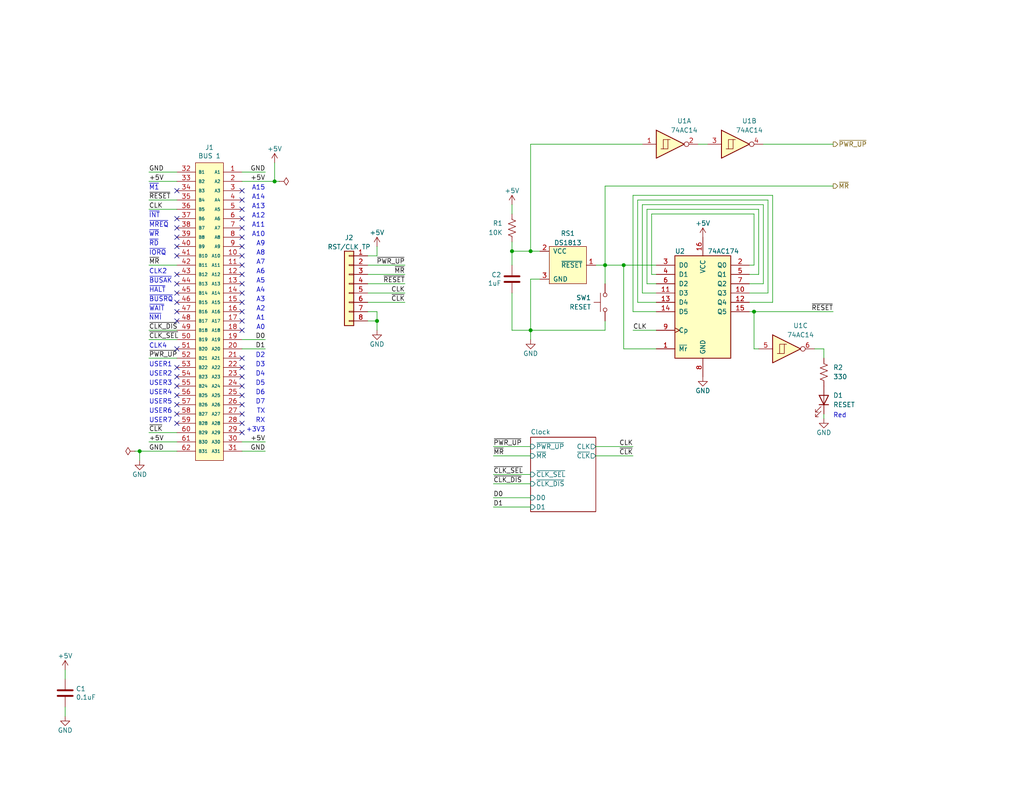
<source format=kicad_sch>
(kicad_sch (version 20230121) (generator eeschema)
  (paper "USLetter")
  (title_block (title "Micro Hobbyist's ZedEighty Project") (date "2022-10-23") (rev "1.1") (company "Frédéric Segard"))
  (lib_symbols
    (symbol "+5V_1" (power) (pin_names (offset 0))
      (property "Value" "+5V_1" (at 0 3.556 0))
      (symbol "+5V_1_0_1"
        (polyline (pts (xy -0.762 1.27) (xy 0 2.54)))
        (polyline (pts (xy 0 0) (xy 0 2.54)))
        (polyline (pts (xy 0 2.54) (xy 0.762 1.27)))
      )
      (symbol "+5V_1_1_1"
        (pin power_in line (at 0 0 90) (length 0) hide (name "+5V") (number "1"))
      )
    )
    (symbol "0_Library:DS1813" (pin_names (offset 1.016))
      (property "Reference" "RS" (at 0 2.54 0))
      (property "Value" "DS1813" (at 0 0 0))
      (symbol "DS1813_0_1"
        (rectangle (start 5.08 -1.27) (end -5.08 -11.43) (fill (type background)))
      )
      (symbol "DS1813_1_1"
        (pin output line (at 7.62 -6.35 180) (length 2.54) (name "~{RESET}") (number "1"))
        (pin input line (at -7.62 -2.54 0) (length 2.54) (name "VCC") (number "2"))
        (pin power_in line (at -7.62 -10.16 0) (length 2.54) (name "GND") (number "3"))
      )
    )
    (symbol "0_Library:ISA_CARD_CONNECTOR_8BIT" (pin_names (offset 0.762))
      (property "Reference" "J" (at 0 3.81 0))
      (property "Value" "ISA" (at 0 1.27 0))
      (symbol "ISA_CARD_CONNECTOR_8BIT_0_0"
        (pin passive line (at 8.89 -2.54 180) (length 5.08) (name "A1") (number "1"))
        (pin passive line (at 8.89 -25.4 180) (length 5.08) (name "A10") (number "10"))
        (pin passive line (at 8.89 -27.94 180) (length 5.08) (name "A11") (number "11"))
        (pin passive line (at 8.89 -30.48 180) (length 5.08) (name "A12") (number "12"))
        (pin passive line (at 8.89 -33.02 180) (length 5.08) (name "A13") (number "13"))
        (pin passive line (at 8.89 -35.56 180) (length 5.08) (name "A14") (number "14"))
        (pin passive line (at 8.89 -38.1 180) (length 5.08) (name "A15") (number "15"))
        (pin passive line (at 8.89 -40.64 180) (length 5.08) (name "A16") (number "16"))
        (pin passive line (at 8.89 -43.18 180) (length 5.08) (name "A17") (number "17"))
        (pin passive line (at 8.89 -45.72 180) (length 5.08) (name "A18") (number "18"))
        (pin passive line (at 8.89 -48.26 180) (length 5.08) (name "A19") (number "19"))
        (pin passive line (at 8.89 -5.08 180) (length 5.08) (name "A2") (number "2"))
        (pin passive line (at 8.89 -50.8 180) (length 5.08) (name "A20") (number "20"))
        (pin passive line (at 8.89 -53.34 180) (length 5.08) (name "A21") (number "21"))
        (pin passive line (at 8.89 -55.88 180) (length 5.08) (name "A22") (number "22"))
        (pin passive line (at 8.89 -58.42 180) (length 5.08) (name "A23") (number "23"))
        (pin passive line (at 8.89 -60.96 180) (length 5.08) (name "A24") (number "24"))
        (pin passive line (at 8.89 -63.5 180) (length 5.08) (name "A25") (number "25"))
        (pin passive line (at 8.89 -66.04 180) (length 5.08) (name "A26") (number "26"))
        (pin passive line (at 8.89 -68.58 180) (length 5.08) (name "A27") (number "27"))
        (pin passive line (at 8.89 -71.12 180) (length 5.08) (name "A28") (number "28"))
        (pin passive line (at 8.89 -73.66 180) (length 5.08) (name "A29") (number "29"))
        (pin passive line (at 8.89 -7.62 180) (length 5.08) (name "A3") (number "3"))
        (pin passive line (at 8.89 -76.2 180) (length 5.08) (name "A30") (number "30"))
        (pin passive line (at 8.89 -78.74 180) (length 5.08) (name "A31") (number "31"))
        (pin passive line (at -8.89 -2.54 0) (length 5.08) (name "B1") (number "32"))
        (pin passive line (at -8.89 -5.08 0) (length 5.08) (name "B2") (number "33"))
        (pin passive line (at -8.89 -7.62 0) (length 5.08) (name "B3") (number "34"))
        (pin passive line (at -8.89 -10.16 0) (length 5.08) (name "B4") (number "35"))
        (pin passive line (at -8.89 -12.7 0) (length 5.08) (name "B5") (number "36"))
        (pin passive line (at -8.89 -15.24 0) (length 5.08) (name "B6") (number "37"))
        (pin passive line (at -8.89 -17.78 0) (length 5.08) (name "B7") (number "38"))
        (pin passive line (at -8.89 -20.32 0) (length 5.08) (name "B8") (number "39"))
        (pin passive line (at 8.89 -10.16 180) (length 5.08) (name "A4") (number "4"))
        (pin passive line (at -8.89 -22.86 0) (length 5.08) (name "B9") (number "40"))
        (pin passive line (at -8.89 -25.4 0) (length 5.08) (name "B10") (number "41"))
        (pin passive line (at -8.89 -27.94 0) (length 5.08) (name "B11") (number "42"))
        (pin passive line (at -8.89 -30.48 0) (length 5.08) (name "B12") (number "43"))
        (pin passive line (at -8.89 -33.02 0) (length 5.08) (name "B13") (number "44"))
        (pin passive line (at -8.89 -35.56 0) (length 5.08) (name "B14") (number "45"))
        (pin passive line (at -8.89 -38.1 0) (length 5.08) (name "B15") (number "46"))
        (pin passive line (at -8.89 -40.64 0) (length 5.08) (name "B16") (number "47"))
        (pin passive line (at -8.89 -43.18 0) (length 5.08) (name "B17") (number "48"))
        (pin passive line (at -8.89 -45.72 0) (length 5.08) (name "B18") (number "49"))
        (pin passive line (at 8.89 -12.7 180) (length 5.08) (name "A5") (number "5"))
        (pin passive line (at -8.89 -48.26 0) (length 5.08) (name "B19") (number "50"))
        (pin passive line (at -8.89 -50.8 0) (length 5.08) (name "B20") (number "51"))
        (pin passive line (at -8.89 -53.34 0) (length 5.08) (name "B21") (number "52"))
        (pin passive line (at -8.89 -55.88 0) (length 5.08) (name "B22") (number "53"))
        (pin passive line (at -8.89 -58.42 0) (length 5.08) (name "B23") (number "54"))
        (pin passive line (at -8.89 -60.96 0) (length 5.08) (name "B24") (number "55"))
        (pin passive line (at -8.89 -63.5 0) (length 5.08) (name "B25") (number "56"))
        (pin passive line (at -8.89 -66.04 0) (length 5.08) (name "B26") (number "57"))
        (pin passive line (at -8.89 -68.58 0) (length 5.08) (name "B27") (number "58"))
        (pin passive line (at -8.89 -71.12 0) (length 5.08) (name "B28") (number "59"))
        (pin passive line (at 8.89 -15.24 180) (length 5.08) (name "A6") (number "6"))
        (pin passive line (at -8.89 -73.66 0) (length 5.08) (name "B29") (number "60"))
        (pin passive line (at -8.89 -76.2 0) (length 5.08) (name "B30") (number "61"))
        (pin passive line (at -8.89 -78.74 0) (length 5.08) (name "B31") (number "62"))
        (pin passive line (at 8.89 -17.78 180) (length 5.08) (name "A7") (number "7"))
        (pin passive line (at 8.89 -20.32 180) (length 5.08) (name "A8") (number "8"))
        (pin passive line (at 8.89 -22.86 180) (length 5.08) (name "A9") (number "9"))
      )
      (symbol "ISA_CARD_CONNECTOR_8BIT_0_1"
        (rectangle (start -3.81 0) (end 3.81 -81.28) (fill (type background)))
      )
    )
    (symbol "74xx:74HC14" (pin_names (offset 1.016))
      (property "Reference" "U" (at 0 1.27 0))
      (property "Value" "74HC14" (at 0 -1.27 0))
      (symbol "74HC14_1_0"
        (polyline (pts (xy -3.81 3.81) (xy -3.81 -3.81) (xy 3.81 0) (xy -3.81 3.81)) (stroke (width 0.254)) (fill (type background)))
        (pin input line (at -7.62 0 0) (length 3.81) (name "~") (number "1"))
        (pin output inverted (at 7.62 0 180) (length 3.81) (name "~") (number "2"))
      )
      (symbol "74HC14_1_1"
        (polyline (pts (xy -1.905 -1.27) (xy -1.905 1.27) (xy -0.635 1.27)))
        (polyline (pts (xy -2.54 -1.27) (xy -0.635 -1.27) (xy -0.635 1.27) (xy 0 1.27)))
      )
      (symbol "74HC14_2_0"
        (polyline (pts (xy -3.81 3.81) (xy -3.81 -3.81) (xy 3.81 0) (xy -3.81 3.81)) (stroke (width 0.254)) (fill (type background)))
        (pin input line (at -7.62 0 0) (length 3.81) (name "~") (number "3"))
        (pin output inverted (at 7.62 0 180) (length 3.81) (name "~") (number "4"))
      )
      (symbol "74HC14_2_1"
        (polyline (pts (xy -1.905 -1.27) (xy -1.905 1.27) (xy -0.635 1.27)))
        (polyline (pts (xy -2.54 -1.27) (xy -0.635 -1.27) (xy -0.635 1.27) (xy 0 1.27)))
      )
      (symbol "74HC14_3_0"
        (polyline (pts (xy -3.81 3.81) (xy -3.81 -3.81) (xy 3.81 0) (xy -3.81 3.81)) (stroke (width 0.254)) (fill (type background)))
        (pin input line (at -7.62 0 0) (length 3.81) (name "~") (number "5"))
        (pin output inverted (at 7.62 0 180) (length 3.81) (name "~") (number "6"))
      )
      (symbol "74HC14_3_1"
        (polyline (pts (xy -1.905 -1.27) (xy -1.905 1.27) (xy -0.635 1.27)))
        (polyline (pts (xy -2.54 -1.27) (xy -0.635 -1.27) (xy -0.635 1.27) (xy 0 1.27)))
      )
      (symbol "74HC14_4_0"
        (polyline (pts (xy -3.81 3.81) (xy -3.81 -3.81) (xy 3.81 0) (xy -3.81 3.81)) (stroke (width 0.254)) (fill (type background)))
        (pin output inverted (at 7.62 0 180) (length 3.81) (name "~") (number "8"))
        (pin input line (at -7.62 0 0) (length 3.81) (name "~") (number "9"))
      )
      (symbol "74HC14_4_1"
        (polyline (pts (xy -1.905 -1.27) (xy -1.905 1.27) (xy -0.635 1.27)))
        (polyline (pts (xy -2.54 -1.27) (xy -0.635 -1.27) (xy -0.635 1.27) (xy 0 1.27)))
      )
      (symbol "74HC14_5_0"
        (polyline (pts (xy -3.81 3.81) (xy -3.81 -3.81) (xy 3.81 0) (xy -3.81 3.81)) (stroke (width 0.254)) (fill (type background)))
        (pin output inverted (at 7.62 0 180) (length 3.81) (name "~") (number "10"))
        (pin input line (at -7.62 0 0) (length 3.81) (name "~") (number "11"))
      )
      (symbol "74HC14_5_1"
        (polyline (pts (xy -1.905 -1.27) (xy -1.905 1.27) (xy -0.635 1.27)))
        (polyline (pts (xy -2.54 -1.27) (xy -0.635 -1.27) (xy -0.635 1.27) (xy 0 1.27)))
      )
      (symbol "74HC14_6_0"
        (polyline (pts (xy -3.81 3.81) (xy -3.81 -3.81) (xy 3.81 0) (xy -3.81 3.81)) (stroke (width 0.254)) (fill (type background)))
        (pin output inverted (at 7.62 0 180) (length 3.81) (name "~") (number "12"))
        (pin input line (at -7.62 0 0) (length 3.81) (name "~") (number "13"))
      )
      (symbol "74HC14_6_1"
        (polyline (pts (xy -1.905 -1.27) (xy -1.905 1.27) (xy -0.635 1.27)))
        (polyline (pts (xy -2.54 -1.27) (xy -0.635 -1.27) (xy -0.635 1.27) (xy 0 1.27)))
      )
      (symbol "74HC14_7_0"
        (pin power_in line (at 0 12.7 270) (length 5.08) (name "VCC") (number "14"))
        (pin power_in line (at 0 -12.7 90) (length 5.08) (name "GND") (number "7"))
      )
      (symbol "74HC14_7_1"
        (rectangle (start -5.08 7.62) (end 5.08 -7.62) (stroke (width 0.254)) (fill (type background)))
      )
    )
    (symbol "74xx:74LS174" (pin_names (offset 1.016))
      (property "Reference" "U" (at -7.62 13.97 0))
      (property "Value" "74LS174" (at -7.62 -16.51 0))
      (symbol "74LS174_1_0"
        (pin input line (at -12.7 -12.7 0) (length 5.08) (name "~{Mr}") (number "1"))
        (pin output line (at 12.7 2.54 180) (length 5.08) (name "Q3") (number "10"))
        (pin input line (at -12.7 2.54 0) (length 5.08) (name "D3") (number "11"))
        (pin output line (at 12.7 0 180) (length 5.08) (name "Q4") (number "12"))
        (pin input line (at -12.7 0 0) (length 5.08) (name "D4") (number "13"))
        (pin input line (at -12.7 -2.54 0) (length 5.08) (name "D5") (number "14"))
        (pin output line (at 12.7 -2.54 180) (length 5.08) (name "Q5") (number "15"))
        (pin power_in line (at 0 17.78 270) (length 5.08) (name "VCC") (number "16"))
        (pin output line (at 12.7 10.16 180) (length 5.08) (name "Q0") (number "2"))
        (pin input line (at -12.7 10.16 0) (length 5.08) (name "D0") (number "3"))
        (pin input line (at -12.7 7.62 0) (length 5.08) (name "D1") (number "4"))
        (pin output line (at 12.7 7.62 180) (length 5.08) (name "Q1") (number "5"))
        (pin input line (at -12.7 5.08 0) (length 5.08) (name "D2") (number "6"))
        (pin output line (at 12.7 5.08 180) (length 5.08) (name "Q2") (number "7"))
        (pin power_in line (at 0 -20.32 90) (length 5.08) (name "GND") (number "8"))
        (pin input clock (at -12.7 -7.62 0) (length 5.08) (name "Cp") (number "9"))
      )
      (symbol "74LS174_1_1"
        (rectangle (start -7.62 12.7) (end 7.62 -15.24) (stroke (width 0.254)) (fill (type background)))
      )
    )
    (symbol "Connector_Generic:Conn_01x08" (pin_names (offset 1.016) hide)
      (property "Reference" "J" (at 0 10.16 0))
      (property "Value" "Conn_01x08" (at 0 -12.7 0))
      (symbol "Conn_01x08_1_1"
        (rectangle (start -1.27 -10.033) (end 0 -10.287) (stroke (width 0.1524)))
        (rectangle (start -1.27 -7.493) (end 0 -7.747) (stroke (width 0.1524)))
        (rectangle (start -1.27 -4.953) (end 0 -5.207) (stroke (width 0.1524)))
        (rectangle (start -1.27 -2.413) (end 0 -2.667) (stroke (width 0.1524)))
        (rectangle (start -1.27 0.127) (end 0 -0.127) (stroke (width 0.1524)))
        (rectangle (start -1.27 2.667) (end 0 2.413) (stroke (width 0.1524)))
        (rectangle (start -1.27 5.207) (end 0 4.953) (stroke (width 0.1524)))
        (rectangle (start -1.27 7.747) (end 0 7.493) (stroke (width 0.1524)))
        (rectangle (start -1.27 8.89) (end 1.27 -11.43) (stroke (width 0.254)) (fill (type background)))
        (pin passive line (at -5.08 7.62 0) (length 3.81) (name "Pin_1") (number "1"))
        (pin passive line (at -5.08 5.08 0) (length 3.81) (name "Pin_2") (number "2"))
        (pin passive line (at -5.08 2.54 0) (length 3.81) (name "Pin_3") (number "3"))
        (pin passive line (at -5.08 0 0) (length 3.81) (name "Pin_4") (number "4"))
        (pin passive line (at -5.08 -2.54 0) (length 3.81) (name "Pin_5") (number "5"))
        (pin passive line (at -5.08 -5.08 0) (length 3.81) (name "Pin_6") (number "6"))
        (pin passive line (at -5.08 -7.62 0) (length 3.81) (name "Pin_7") (number "7"))
        (pin passive line (at -5.08 -10.16 0) (length 3.81) (name "Pin_8") (number "8"))
      )
    )
    (symbol "Device:C" (pin_numbers hide) (pin_names (offset 0.254))
      (property "Reference" "C" (at 0.635 2.54 0))
      (property "Value" "C" (at 0.635 -2.54 0))
      (symbol "C_0_1"
        (polyline (pts (xy -2.032 -0.762) (xy 2.032 -0.762)) (stroke (width 0.508)))
        (polyline (pts (xy -2.032 0.762) (xy 2.032 0.762)) (stroke (width 0.508)))
      )
      (symbol "C_1_1"
        (pin passive line (at 0 3.81 270) (length 2.794) (name "~") (number "1"))
        (pin passive line (at 0 -3.81 90) (length 2.794) (name "~") (number "2"))
      )
    )
    (symbol "Device:LED" (pin_numbers hide) (pin_names (offset 1.016) hide)
      (property "Reference" "D" (at 0 2.54 0))
      (property "Value" "LED" (at 0 -2.54 0))
      (symbol "LED_0_1"
        (polyline (pts (xy -1.27 -1.27) (xy -1.27 1.27)) (stroke (width 0.254)))
        (polyline (pts (xy -1.27 0) (xy 1.27 0)))
        (polyline (pts (xy 1.27 -1.27) (xy 1.27 1.27) (xy -1.27 0) (xy 1.27 -1.27)) (stroke (width 0.254)))
        (polyline (pts (xy -3.048 -0.762) (xy -4.572 -2.286) (xy -3.81 -2.286) (xy -4.572 -2.286) (xy -4.572 -1.524)))
        (polyline (pts (xy -1.778 -0.762) (xy -3.302 -2.286) (xy -2.54 -2.286) (xy -3.302 -2.286) (xy -3.302 -1.524)))
      )
      (symbol "LED_1_1"
        (pin passive line (at -3.81 0 0) (length 2.54) (name "K") (number "1"))
        (pin passive line (at 3.81 0 180) (length 2.54) (name "A") (number "2"))
      )
    )
    (symbol "Device:R_US" (pin_numbers hide) (pin_names (offset 0))
      (property "Reference" "R" (at 2.54 0 90))
      (property "Value" "R_US" (at -2.54 0 90))
      (symbol "R_US_0_1"
        (polyline (pts (xy 0 -2.286) (xy 0 -2.54)))
        (polyline (pts (xy 0 2.286) (xy 0 2.54)))
        (polyline (pts (xy 0 -0.762) (xy 1.016 -1.143) (xy 0 -1.524) (xy -1.016 -1.905) (xy 0 -2.286)))
        (polyline (pts (xy 0 0.762) (xy 1.016 0.381) (xy 0 0) (xy -1.016 -0.381) (xy 0 -0.762)))
        (polyline (pts (xy 0 2.286) (xy 1.016 1.905) (xy 0 1.524) (xy -1.016 1.143) (xy 0 0.762)))
      )
      (symbol "R_US_1_1"
        (pin passive line (at 0 3.81 270) (length 1.27) (name "~") (number "1"))
        (pin passive line (at 0 -3.81 90) (length 1.27) (name "~") (number "2"))
      )
    )
    (symbol "GND_1" (power) (pin_names (offset 0))
      (property "Value" "GND_1" (at 0 -3.81 0))
      (symbol "GND_1_0_1"
        (polyline (pts (xy 0 0) (xy 0 -1.27) (xy 1.27 -1.27) (xy 0 -2.54) (xy -1.27 -1.27) (xy 0 -1.27)))
      )
      (symbol "GND_1_1_1"
        (pin power_in line (at 0 0 270) (length 0) hide (name "GND") (number "1"))
      )
    )
    (symbol "PWR_FLAG_1" (power) (pin_numbers hide) (pin_names (offset 0) hide)
      (property "Value" "PWR_FLAG_1" (at 0 3.81 0))
      (symbol "PWR_FLAG_1_0_0"
        (pin power_out line (at 0 0 90) (length 0) (name "pwr") (number "1"))
      )
      (symbol "PWR_FLAG_1_0_1"
        (polyline (pts (xy 0 0) (xy 0 1.27) (xy -1.016 1.905) (xy 0 2.54) (xy 1.016 1.905) (xy 0 1.27)))
      )
    )
    (symbol "R_US_1" (pin_numbers hide) (pin_names (offset 0))
      (property "Reference" "R" (at 2.54 0 90))
      (property "Value" "R_US_1" (at -2.54 0 90))
      (symbol "R_US_1_0_1"
        (polyline (pts (xy 0 -2.286) (xy 0 -2.54)))
        (polyline (pts (xy 0 2.286) (xy 0 2.54)))
        (polyline (pts (xy 0 -0.762) (xy 1.016 -1.143) (xy 0 -1.524) (xy -1.016 -1.905) (xy 0 -2.286)))
        (polyline (pts (xy 0 0.762) (xy 1.016 0.381) (xy 0 0) (xy -1.016 -0.381) (xy 0 -0.762)))
        (polyline (pts (xy 0 2.286) (xy 1.016 1.905) (xy 0 1.524) (xy -1.016 1.143) (xy 0 0.762)))
      )
      (symbol "R_US_1_1_1"
        (pin passive line (at 0 3.81 270) (length 1.27) (name "~") (number "1"))
        (pin passive line (at 0 -3.81 90) (length 1.27) (name "~") (number "2"))
      )
    )
    (symbol "Switch:SW_Push" (pin_numbers hide) (pin_names (offset 1.016) hide)
      (property "Reference" "SW" (at 1.27 2.54 0))
      (property "Value" "SW_Push" (at 0 -1.524 0))
      (symbol "SW_Push_0_1"
        (circle (center -2.032 0) (radius 0.508))
        (polyline (pts (xy 0 1.27) (xy 0 3.048)))
        (polyline (pts (xy 2.54 1.27) (xy -2.54 1.27)))
        (circle (center 2.032 0) (radius 0.508))
        (pin passive line (at -5.08 0 0) (length 2.54) (name "1") (number "1"))
        (pin passive line (at 5.08 0 180) (length 2.54) (name "2") (number "2"))
      )
    )
    (symbol "power:PWR_FLAG" (power) (pin_numbers hide) (pin_names (offset 0) hide)
      (property "Value" "PWR_FLAG" (at 0 3.81 0))
      (symbol "PWR_FLAG_0_0"
        (pin power_out line (at 0 0 90) (length 0) (name "pwr") (number "1"))
      )
      (symbol "PWR_FLAG_0_1"
        (polyline (pts (xy 0 0) (xy 0 1.27) (xy -1.016 1.905) (xy 0 2.54) (xy 1.016 1.905) (xy 0 1.27)))
      )
    )
  )
  (junction (at 38.1 123.19))
  (junction (at 165.1 72.39))
  (junction (at 144.78 90.17))
  (junction (at 102.87 87.63))
  (junction (at 170.18 72.39))
  (junction (at 74.93 49.53))
  (junction (at 139.7 68.58))
  (junction (at 144.78 68.58))
  (junction (at 205.74 85.09))
  (no_connect (at 48.26 64.77))
  (no_connect (at 48.26 67.31))
  (no_connect (at 66.04 62.23))
  (no_connect (at 66.04 87.63))
  (no_connect (at 48.26 62.23))
  (no_connect (at 48.26 85.09))
  (no_connect (at 48.26 100.33))
  (no_connect (at 48.26 110.49))
  (no_connect (at 66.04 64.77))
  (no_connect (at 48.26 74.93))
  (no_connect (at 48.26 87.63))
  (no_connect (at 66.04 115.57))
  (no_connect (at 66.04 85.09))
  (no_connect (at 48.26 115.57))
  (no_connect (at 66.04 52.07))
  (no_connect (at 66.04 57.15))
  (no_connect (at 48.26 102.87))
  (no_connect (at 48.26 105.41))
  (no_connect (at 66.04 77.47))
  (no_connect (at 66.04 100.33))
  (no_connect (at 66.04 80.01))
  (no_connect (at 66.04 102.87))
  (no_connect (at 66.04 118.11))
  (no_connect (at 48.26 80.01))
  (no_connect (at 48.26 69.85))
  (no_connect (at 48.26 52.07))
  (no_connect (at 48.26 113.03))
  (no_connect (at 66.04 67.31))
  (no_connect (at 48.26 77.47))
  (no_connect (at 48.26 59.69))
  (no_connect (at 66.04 74.93))
  (no_connect (at 66.04 90.17))
  (no_connect (at 66.04 107.95))
  (no_connect (at 66.04 69.85))
  (no_connect (at 66.04 105.41))
  (no_connect (at 66.04 113.03))
  (no_connect (at 66.04 82.55))
  (no_connect (at 66.04 54.61))
  (no_connect (at 66.04 97.79))
  (no_connect (at 66.04 72.39))
  (no_connect (at 48.26 107.95))
  (no_connect (at 48.26 95.25))
  (no_connect (at 66.04 110.49))
  (no_connect (at 66.04 59.69))
  (no_connect (at 48.26 82.55))
  (wire (pts (xy 40.64 46.99) (xy 48.26 46.99)))
  (wire (pts (xy 210.82 53.34) (xy 172.72 53.34)))
  (wire (pts (xy 190.5 39.37) (xy 193.04 39.37)))
  (wire (pts (xy 172.72 53.34) (xy 172.72 85.09)))
  (wire (pts (xy 205.74 72.39) (xy 205.74 58.42)))
  (wire (pts (xy 205.74 58.42) (xy 177.8 58.42)))
  (wire (pts (xy 173.99 54.61) (xy 173.99 82.55)))
  (wire (pts (xy 17.78 193.04) (xy 17.78 195.58)))
  (wire (pts (xy 165.1 50.8) (xy 227.33 50.8)))
  (wire (pts (xy 172.72 90.17) (xy 179.07 90.17)))
  (wire (pts (xy 144.78 90.17) (xy 165.1 90.17)))
  (wire (pts (xy 40.64 90.17) (xy 48.26 90.17)))
  (wire (pts (xy 38.1 123.19) (xy 48.26 123.19)))
  (wire (pts (xy 209.55 80.01) (xy 209.55 54.61)))
  (wire (pts (xy 162.56 72.39) (xy 165.1 72.39)))
  (wire (pts (xy 177.8 58.42) (xy 177.8 74.93)))
  (wire (pts (xy 139.7 68.58) (xy 144.78 68.58)))
  (wire (pts (xy 162.56 124.46) (xy 172.72 124.46)))
  (wire (pts (xy 139.7 68.58) (xy 139.7 66.04)))
  (wire (pts (xy 100.33 77.47) (xy 110.49 77.47)))
  (wire (pts (xy 204.47 82.55) (xy 210.82 82.55)))
  (wire (pts (xy 66.04 49.53) (xy 74.93 49.53)))
  (wire (pts (xy 170.18 95.25) (xy 179.07 95.25)))
  (wire (pts (xy 134.62 121.92) (xy 144.78 121.92)))
  (wire (pts (xy 76.2 49.53) (xy 74.93 49.53)))
  (wire (pts (xy 40.64 97.79) (xy 48.26 97.79)))
  (wire (pts (xy 208.28 55.88) (xy 175.26 55.88)))
  (wire (pts (xy 205.74 85.09) (xy 227.33 85.09)))
  (wire (pts (xy 207.01 74.93) (xy 207.01 57.15)))
  (wire (pts (xy 224.79 114.3) (xy 224.79 113.03)))
  (wire (pts (xy 224.79 95.25) (xy 224.79 97.79)))
  (wire (pts (xy 175.26 55.88) (xy 175.26 80.01)))
  (wire (pts (xy 165.1 77.47) (xy 165.1 72.39)))
  (wire (pts (xy 144.78 39.37) (xy 175.26 39.37)))
  (wire (pts (xy 40.64 118.11) (xy 48.26 118.11)))
  (wire (pts (xy 134.62 135.89) (xy 144.78 135.89)))
  (wire (pts (xy 102.87 67.31) (xy 102.87 69.85)))
  (wire (pts (xy 208.28 77.47) (xy 208.28 55.88)))
  (wire (pts (xy 204.47 80.01) (xy 209.55 80.01)))
  (wire (pts (xy 40.64 54.61) (xy 48.26 54.61)))
  (wire (pts (xy 207.01 57.15) (xy 176.53 57.15)))
  (wire (pts (xy 100.33 82.55) (xy 110.49 82.55)))
  (wire (pts (xy 165.1 72.39) (xy 170.18 72.39)))
  (wire (pts (xy 139.7 80.01) (xy 139.7 90.17)))
  (wire (pts (xy 204.47 77.47) (xy 208.28 77.47)))
  (wire (pts (xy 134.62 129.54) (xy 144.78 129.54)))
  (wire (pts (xy 100.33 74.93) (xy 110.49 74.93)))
  (wire (pts (xy 102.87 87.63) (xy 100.33 87.63)))
  (wire (pts (xy 100.33 80.01) (xy 110.49 80.01)))
  (wire (pts (xy 205.74 85.09) (xy 205.74 95.25)))
  (wire (pts (xy 102.87 87.63) (xy 102.87 90.17)))
  (wire (pts (xy 144.78 39.37) (xy 144.78 68.58)))
  (wire (pts (xy 207.01 95.25) (xy 205.74 95.25)))
  (wire (pts (xy 165.1 87.63) (xy 165.1 90.17)))
  (wire (pts (xy 100.33 72.39) (xy 110.49 72.39)))
  (wire (pts (xy 38.1 123.19) (xy 38.1 125.73)))
  (wire (pts (xy 144.78 68.58) (xy 147.32 68.58)))
  (wire (pts (xy 176.53 57.15) (xy 176.53 77.47)))
  (wire (pts (xy 66.04 95.25) (xy 72.39 95.25)))
  (wire (pts (xy 66.04 120.65) (xy 72.39 120.65)))
  (wire (pts (xy 66.04 92.71) (xy 72.39 92.71)))
  (wire (pts (xy 66.04 46.99) (xy 72.39 46.99)))
  (wire (pts (xy 102.87 87.63) (xy 102.87 85.09)))
  (wire (pts (xy 74.93 44.45) (xy 74.93 49.53)))
  (wire (pts (xy 40.64 57.15) (xy 48.26 57.15)))
  (wire (pts (xy 36.83 123.19) (xy 38.1 123.19)))
  (wire (pts (xy 40.64 92.71) (xy 48.26 92.71)))
  (wire (pts (xy 40.64 120.65) (xy 48.26 120.65)))
  (wire (pts (xy 17.78 182.88) (xy 17.78 185.42)))
  (wire (pts (xy 173.99 82.55) (xy 179.07 82.55)))
  (wire (pts (xy 102.87 85.09) (xy 100.33 85.09)))
  (wire (pts (xy 209.55 54.61) (xy 173.99 54.61)))
  (wire (pts (xy 208.28 39.37) (xy 227.33 39.37)))
  (wire (pts (xy 210.82 82.55) (xy 210.82 53.34)))
  (wire (pts (xy 139.7 55.88) (xy 139.7 58.42)))
  (wire (pts (xy 100.33 69.85) (xy 102.87 69.85)))
  (wire (pts (xy 176.53 77.47) (xy 179.07 77.47)))
  (wire (pts (xy 134.62 138.43) (xy 144.78 138.43)))
  (wire (pts (xy 144.78 92.71) (xy 144.78 90.17)))
  (wire (pts (xy 147.32 76.2) (xy 144.78 76.2)))
  (wire (pts (xy 204.47 74.93) (xy 207.01 74.93)))
  (wire (pts (xy 66.04 123.19) (xy 72.39 123.19)))
  (wire (pts (xy 40.64 72.39) (xy 48.26 72.39)))
  (wire (pts (xy 170.18 72.39) (xy 170.18 95.25)))
  (wire (pts (xy 224.79 95.25) (xy 222.25 95.25)))
  (wire (pts (xy 134.62 124.46) (xy 144.78 124.46)))
  (wire (pts (xy 170.18 72.39) (xy 179.07 72.39)))
  (wire (pts (xy 40.64 49.53) (xy 48.26 49.53)))
  (wire (pts (xy 165.1 72.39) (xy 165.1 50.8)))
  (wire (pts (xy 172.72 85.09) (xy 179.07 85.09)))
  (wire (pts (xy 139.7 90.17) (xy 144.78 90.17)))
  (wire (pts (xy 139.7 72.39) (xy 139.7 68.58)))
  (wire (pts (xy 162.56 121.92) (xy 172.72 121.92)))
  (wire (pts (xy 134.62 132.08) (xy 144.78 132.08)))
  (wire (pts (xy 144.78 76.2) (xy 144.78 90.17)))
  (wire (pts (xy 175.26 80.01) (xy 179.07 80.01)))
  (wire (pts (xy 204.47 85.09) (xy 205.74 85.09)))
  (wire (pts (xy 204.47 72.39) (xy 205.74 72.39)))
  (wire (pts (xy 177.8 74.93) (xy 179.07 74.93)))
  (text "A13" (at 72.39 57.15 0) (effects (font (size 1.27 1.27)) (justify right bottom)))
  (text "+3V3" (at 72.39 118.11 0) (effects (font (size 1.27 1.27)) (justify right bottom)))
  (text "USER6" (at 40.64 113.03 0) (effects (font (size 1.27 1.27)) (justify left bottom)))
  (text "A7" (at 72.39 72.39 0) (effects (font (size 1.27 1.27)) (justify right bottom)))
  (text "~{NMI}" (at 40.5886 87.5685 0) (effects (font (size 1.27 1.27)) (justify left bottom)))
  (text "Red" (at 227.306 114.252 0) (effects (font (size 1.27 1.27)) (justify left bottom)))
  (text "~{RD}" (at 40.64 67.31 0) (effects (font (size 1.27 1.27)) (justify left bottom)))
  (text "A5" (at 72.39 77.47 0) (effects (font (size 1.27 1.27)) (justify right bottom)))
  (text "A10" (at 72.39 64.77 0) (effects (font (size 1.27 1.27)) (justify right bottom)))
  (text "A11" (at 72.39 62.23 0) (effects (font (size 1.27 1.27)) (justify right bottom)))
  (text "USER2" (at 40.64 102.87 0) (effects (font (size 1.27 1.27)) (justify left bottom)))
  (text "USER5" (at 40.64 110.49 0) (effects (font (size 1.27 1.27)) (justify left bottom)))
  (text "A9" (at 72.39 67.31 0) (effects (font (size 1.27 1.27)) (justify right bottom)))
  (text "D5" (at 72.39 105.41 0) (effects (font (size 1.27 1.27)) (justify right bottom)))
  (text "A4" (at 72.39 80.01 0) (effects (font (size 1.27 1.27)) (justify right bottom)))
  (text "D2" (at 72.39 97.79 0) (effects (font (size 1.27 1.27)) (justify right bottom)))
  (text "A2" (at 72.39 85.09 0) (effects (font (size 1.27 1.27)) (justify right bottom)))
  (text "A14" (at 72.39 54.61 0) (effects (font (size 1.27 1.27)) (justify right bottom)))
  (text "~{BUSRQ}" (at 40.64 82.55 0) (effects (font (size 1.27 1.27)) (justify left bottom)))
  (text "A15" (at 72.39 52.07 0) (effects (font (size 1.27 1.27)) (justify right bottom)))
  (text "~{IORQ}" (at 40.64 69.85 0) (effects (font (size 1.27 1.27)) (justify left bottom)))
  (text "USER3" (at 40.64 105.41 0) (effects (font (size 1.27 1.27)) (justify left bottom)))
  (text "CLK4" (at 40.64 95.25 0) (effects (font (size 1.27 1.27)) (justify left bottom)))
  (text "USER4" (at 40.64 107.95 0) (effects (font (size 1.27 1.27)) (justify left bottom)))
  (text "~{WR}" (at 40.5902 64.7451 0) (effects (font (size 1.27 1.27)) (justify left bottom)))
  (text "D6" (at 72.39 107.95 0) (effects (font (size 1.27 1.27)) (justify right bottom)))
  (text "~{INT}" (at 40.5902 59.6337 0) (effects (font (size 1.27 1.27)) (justify left bottom)))
  (text "A6" (at 72.39 74.93 0) (effects (font (size 1.27 1.27)) (justify right bottom)))
  (text "TX" (at 72.39 113.03 0) (effects (font (size 1.27 1.27)) (justify right bottom)))
  (text "D4" (at 72.39 102.87 0) (effects (font (size 1.27 1.27)) (justify right bottom)))
  (text "A3" (at 72.39 82.55 0) (effects (font (size 1.27 1.27)) (justify right bottom)))
  (text "~{BUSAK}" (at 40.64 77.47 0) (effects (font (size 1.27 1.27)) (justify left bottom)))
  (text "CLK2" (at 40.64 74.93 0) (effects (font (size 1.27 1.27)) (justify left bottom)))
  (text "A8" (at 72.39 69.85 0) (effects (font (size 1.27 1.27)) (justify right bottom)))
  (text "D7" (at 72.39 110.49 0) (effects (font (size 1.27 1.27)) (justify right bottom)))
  (text "~{HALT}" (at 40.64 80.01 0) (effects (font (size 1.27 1.27)) (justify left bottom)))
  (text "USER7" (at 40.64 115.57 0) (effects (font (size 1.27 1.27)) (justify left bottom)))
  (text "RX" (at 72.39 115.57 0) (effects (font (size 1.27 1.27)) (justify right bottom)))
  (text "A1" (at 72.39 87.63 0) (effects (font (size 1.27 1.27)) (justify right bottom)))
  (text "D3" (at 72.39 100.33 0) (effects (font (size 1.27 1.27)) (justify right bottom)))
  (text "~{MREQ}" (at 40.64 62.23 0) (effects (font (size 1.27 1.27)) (justify left bottom)))
  (text "~{WAIT}" (at 40.64 85.09 0) (effects (font (size 1.27 1.27)) (justify left bottom)))
  (text "USER1" (at 40.64 100.33 0) (effects (font (size 1.27 1.27)) (justify left bottom)))
  (text "A12" (at 72.39 59.69 0) (effects (font (size 1.27 1.27)) (justify right bottom)))
  (text "A0" (at 72.39 90.17 0) (effects (font (size 1.27 1.27)) (justify right bottom)))
  (text "~{M1}" (at 40.6216 52.0569 0) (effects (font (size 1.27 1.27)) (justify left bottom)))
  (label "~{CLK_SEL}" (at 134.62 129.54 0))
  (label "+5V" (at 72.39 120.65 180))
  (label "D0" (at 72.39 92.71 180))
  (label "+5V" (at 40.64 49.53 0))
  (label "CLK" (at 110.49 80.01 180))
  (label "~{PWR_UP}" (at 110.49 72.39 180))
  (label "~{MR}" (at 40.64 72.39 0))
  (label "+5V" (at 40.64 120.65 0))
  (label "~{RESET}" (at 227.33 85.09 180))
  (label "GND" (at 40.64 46.99 0))
  (label "GND" (at 72.39 46.99 180))
  (label "~{PWR_UP}" (at 40.64 97.79 0))
  (label "CLK" (at 172.72 121.92 180))
  (label "D1" (at 72.39 95.25 180))
  (label "~{CLK_SEL}" (at 40.64 92.71 0))
  (label "CLK" (at 172.72 90.17 0))
  (label "GND" (at 40.64 123.19 0))
  (label "~{CLK_DIS}" (at 40.64 90.17 0))
  (label "+5V" (at 72.39 49.53 180))
  (label "CLK" (at 40.64 57.15 0))
  (label "D0" (at 134.62 135.89 0))
  (label "~{CLK}" (at 110.49 82.55 180))
  (label "~{CLK}" (at 172.72 124.46 180))
  (label "~{RESET}" (at 110.49 77.47 180))
  (label "D1" (at 134.62 138.43 0))
  (label "~{MR}" (at 134.62 124.46 0))
  (label "~{RESET}" (at 40.64 54.61 0))
  (label "~{CLK_DIS}" (at 134.62 132.08 0))
  (label "~{CLK}" (at 40.64 118.11 0))
  (label "GND" (at 72.39 123.19 180))
  (label "~{MR}" (at 110.49 74.93 180))
  (label "~{PWR_UP}" (at 134.62 121.92 0))
  (hierarchical_label "~{PWR_UP}" (shape output) (at 227.33 39.37 0))
  (hierarchical_label "~{MR}" (shape output) (at 227.33 50.8 0))
  (symbol (lib_id "0_Library:ISA_CARD_CONNECTOR_8BIT") (at 57.15 44.45 0) (unit 1)
    (property "Reference" "J1" (at 57.15 40.259 0))
    (property "Value" "BUS 1" (at 57.15 42.5704 0))
    (property "Footprint" "0_Library:BUS_XT_Proto" (effects hide))
    (property "Height" "15.494" (effects hide))
    (property "Mouser Part Number" "571-6-5530843-5" (effects hide))
    (property "Mouser Price/Stock" "https://www.mouser.co.uk/ProductDetail/TE-Connectivity/6-5530843-5?qs=X1mjqRbeMc4evMKvgkFEjA%3D%3D" (effects hide))
    (property "Manufacturer_Name" "TE Connectivity" (effects hide))
    (property "Manufacturer_Part_Number" "6-5530843-5" (effects hide))
  )
  (symbol (lib_name "GND_1") (lib_id "power:GND") (at 17.78 195.58 0) (unit 1)
    (property "Reference" "#PWR06" (effects hide))
    (property "Value" "GND" (at 17.78 199.39 0))
  )
  (symbol (lib_name "+5V_1") (lib_id "power:+5V") (at 74.93 44.45 0) (unit 1)
    (property "Reference" "#PWR086" (effects hide))
    (property "Value" "+5V" (at 74.93 40.64 0))
  )
  (symbol (lib_name "GND_1") (lib_id "power:GND") (at 144.78 92.71 0) (unit 1)
    (property "Reference" "#PWR02" (effects hide))
    (property "Value" "GND" (at 144.78 96.52 0))
  )
  (symbol (lib_name "GND_1") (lib_id "power:GND") (at 224.79 114.3 0) (unit 1)
    (property "Reference" "#PWR010" (effects hide))
    (property "Value" "GND" (at 224.79 118.11 0))
  )
  (symbol (lib_id "Device:C") (at 139.7 76.2 0) (mirror y) (unit 1)
    (property "Reference" "C2" (at 136.779 75.0316 0) (effects (justify left)))
    (property "Value" "1uF" (at 136.779 77.343 0) (effects (justify left)))
    (property "Footprint" "Capacitor_THT:C_Disc_D3.0mm_W2.0mm_P2.50mm" (effects hide))
  )
  (symbol (lib_id "Device:LED") (at 224.79 109.22 270) (mirror x) (unit 1)
    (property "Reference" "D1" (at 227.33 107.95 90) (effects (justify left)))
    (property "Value" "RESET" (at 227.33 110.49 90) (effects (justify left)))
    (property "Footprint" "LED_THT:LED_D3.0mm_Horizontal_O1.27mm_Z2.0mm_Clear" (effects hide))
  )
  (symbol (lib_name "PWR_FLAG_1") (lib_id "power:PWR_FLAG") (at 76.2 49.53 270) (unit 1)
    (property "Reference" "#FLG03" (effects hide))
    (property "Value" "PWR_FLAG" (effects hide))
  )
  (symbol (lib_id "74xx:74LS174") (at 191.77 82.55 0) (unit 1)
    (property "Reference" "U2" (at 184.15 68.58 0) (effects (justify left)))
    (property "Value" "74AC174" (at 193.04 68.58 0) (effects (justify left)))
    (property "Footprint" "Package_DIP:DIP-16_W7.62mm_Socket" (effects hide))
    (property "Datasheet" "https://www.ti.com/lit/ds/symlink/sn74ahc174.pdf" (effects hide))
  )
  (symbol (lib_id "Connector_Generic:Conn_01x08") (at 95.25 77.47 0) (mirror y) (unit 1)
    (property "Reference" "J2" (at 95.25 64.8802 0))
    (property "Value" "RST/CLK TP" (at 95.25 67.4171 0))
    (property "Footprint" "Connector_PinHeader_2.54mm:PinHeader_1x08_P2.54mm_Horizontal" (effects hide))
  )
  (symbol (lib_name "GND_1") (lib_id "power:GND") (at 38.1 125.73 0) (unit 1)
    (property "Reference" "#PWR088" (effects hide))
    (property "Value" "GND" (at 38.1 129.54 0))
  )
  (symbol (lib_id "Device:R_US") (at 224.79 101.6 0) (unit 1)
    (property "Reference" "R2" (at 227.33 100.33 0) (effects (justify left)))
    (property "Value" "330" (at 227.33 102.87 0) (effects (justify left)))
    (property "Footprint" "Resistor_THT:R_Axial_DIN0207_L6.3mm_D2.5mm_P10.16mm_Horizontal" (effects hide))
  )
  (symbol (lib_id "74xx:74HC14") (at 200.66 39.37 0) (unit 2)
    (property "Reference" "U1" (at 204.47 33.02 0))
    (property "Value" "74AC14" (at 204.47 35.56 0))
    (property "Footprint" "Package_DIP:DIP-14_W7.62mm_Socket" (effects hide))
    (property "Datasheet" "https://www.ti.com/lit/ds/symlink/sn74ahc14.pdf" (effects hide))
  )
  (symbol (lib_name "+5V_1") (lib_id "power:+5V") (at 139.7 55.88 0) (unit 1)
    (property "Reference" "#PWR01" (effects hide))
    (property "Value" "+5V" (at 139.7 52.07 0))
  )
  (symbol (lib_id "0_Library:DS1813") (at 154.94 66.04 0) (unit 1)
    (property "Reference" "RS1" (at 154.94 63.7372 0))
    (property "Value" "DS1813" (at 154.94 66.2741 0))
    (property "Footprint" "Package_TO_SOT_THT:TO-92L_Inline_Wide" (effects hide))
    (property "Datasheet" "https://datasheets.maximintegrated.com/en/ds/DS1813.pdf" (effects hide))
  )
  (symbol (lib_name "GND_1") (lib_id "power:GND") (at 191.77 102.87 0) (unit 1)
    (property "Reference" "#PWR08" (effects hide))
    (property "Value" "GND" (at 191.77 106.68 0))
  )
  (symbol (lib_name "R_US_1") (lib_id "Device:R_US") (at 139.7 62.23 180) (unit 1)
    (property "Reference" "R1" (at 137.16 60.96 0) (effects (justify left)))
    (property "Value" "10K" (at 137.16 63.5 0) (effects (justify left)))
    (property "Footprint" "Resistor_THT:R_Axial_DIN0207_L6.3mm_D2.5mm_P10.16mm_Horizontal" (effects hide))
  )
  (symbol (lib_id "74xx:74HC14") (at 182.88 39.37 0) (unit 1)
    (property "Reference" "U1" (at 186.69 33.02 0))
    (property "Value" "74AC14" (at 186.69 35.56 0))
    (property "Footprint" "Package_DIP:DIP-14_W7.62mm_Socket" (effects hide))
    (property "Datasheet" "https://www.ti.com/lit/ds/symlink/sn74ahc14.pdf" (effects hide))
  )
  (symbol (lib_id "74xx:74HC14") (at 214.63 95.25 0) (unit 3)
    (property "Reference" "U1" (at 218.44 88.9 0))
    (property "Value" "74AC14" (at 218.44 91.44 0))
    (property "Footprint" "Package_DIP:DIP-14_W7.62mm_Socket" (effects hide))
    (property "Datasheet" "https://www.ti.com/lit/ds/symlink/sn74ahc14.pdf" (effects hide))
  )
  (symbol (lib_id "Switch:SW_Push") (at 165.1 82.55 90) (mirror x) (unit 1)
    (property "Reference" "SW1" (at 161.29 81.28 90) (effects (justify left)))
    (property "Value" "RESET" (at 161.29 83.82 90) (effects (justify left)))
    (property "Footprint" "Button_Switch_THT:SW_Tactile_SPST_Angled_PTS645Vx58-2LFS" (effects hide))
  )
  (symbol (lib_name "GND_1") (lib_id "power:GND") (at 102.87 90.17 0) (unit 1)
    (property "Reference" "#PWR087" (effects hide))
    (property "Value" "GND" (at 102.87 93.98 0))
  )
  (symbol (lib_name "+5V_1") (lib_id "power:+5V") (at 102.87 67.31 0) (unit 1)
    (property "Reference" "#PWR04" (effects hide))
    (property "Value" "+5V" (at 102.87 63.5 0))
  )
  (symbol (lib_name "+5V_1") (lib_id "power:+5V") (at 17.78 182.88 0) (unit 1)
    (property "Reference" "#PWR03" (effects hide))
    (property "Value" "+5V" (at 17.78 179.07 0))
  )
  (symbol (lib_id "Device:C") (at 17.78 189.23 0) (unit 1)
    (property "Reference" "C1" (at 20.701 188.0616 0) (effects (justify left)))
    (property "Value" "0.1uF" (at 20.701 190.373 0) (effects (justify left)))
    (property "Footprint" "Capacitor_THT:C_Disc_D3.0mm_W2.0mm_P2.50mm" (effects hide))
  )
  (symbol (lib_id "power:PWR_FLAG") (at 36.83 123.19 90) (unit 1)
    (property "Reference" "#FLG01" (effects hide))
    (property "Value" "PWR_FLAG" (effects hide))
  )
  (symbol (lib_name "+5V_1") (lib_id "power:+5V") (at 191.77 64.77 0) (unit 1)
    (property "Reference" "#PWR07" (effects hide))
    (property "Value" "+5V" (at 191.77 60.96 0))
  )
  (sheet (at 144.78 119.38) (size 17.78 20.32) (stroke (width 0.1524))
    (property "Sheetname" "Clock" (at 144.78 118.6684 0) (effects (justify left bottom)))
    (property "Sheetfile" "Clock.kicad_sch" (effects hide))
    (pin "~{PWR_UP}" input (at 144.78 121.92 180))
    (pin "~{CLK_SEL}" input (at 144.78 129.54 180))
    (pin "~{MR}" input (at 144.78 124.46 180))
    (pin "~{CLK_DIS}" input (at 144.78 132.08 180))
    (pin "~{CLK}" output (at 162.56 124.46 0))
    (pin "D0" input (at 144.78 135.89 180))
    (pin "D1" input (at 144.78 138.43 180))
    (pin "CLK" output (at 162.56 121.92 0))
  )
)
</source>
